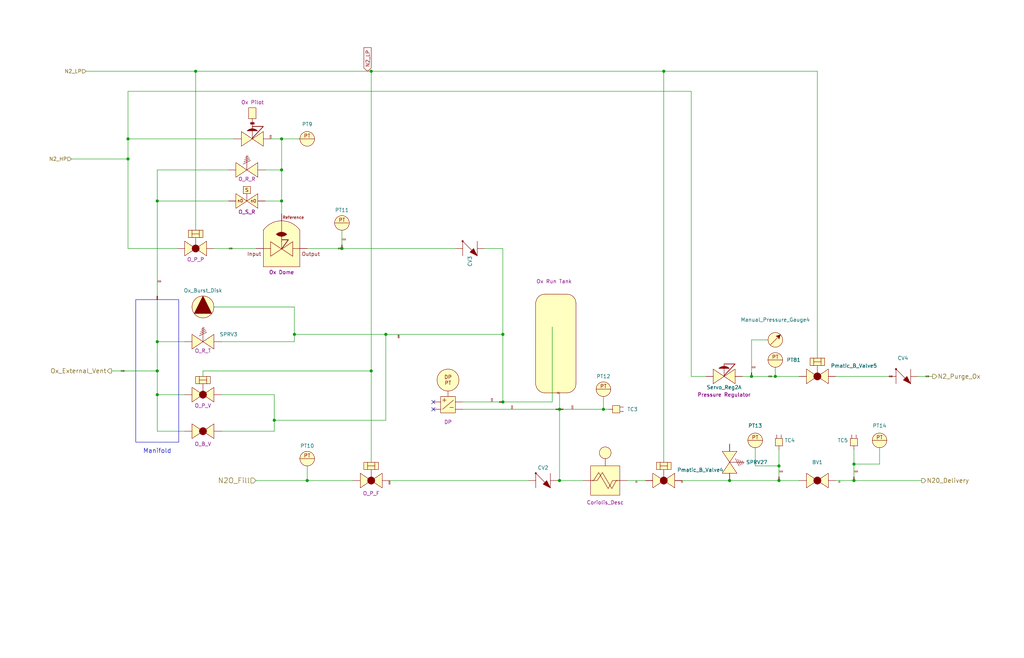
<source format=kicad_sch>
(kicad_sch (version 20250114) (generator "eeschema") (generator_version "9.0")
  (paper "User" 355.6 228.6)
  (lib_symbols
    (symbol "Ball_Valve_1"
      (property "Reference" "BV" (at 3.81 -4.318 0))
      (symbol "Ball_Valve_1_1_1"
        (polyline (pts (xy 3.81 0) (xy 0 -2.54) (xy 0 2.54) (xy 3.81 0)) (fill (type background)))
        (polyline (pts (xy 3.81 0) (xy 7.62 2.54) (xy 7.62 -2.54) (xy 3.81 0)) (fill (type background)))
        (circle (center 3.81 0) (radius 1.27) (fill (type outline)))
        (pin passive line (at -2.54 0 0) (length 2.54) (name "") (number ""))
        (pin passive line (at 10.16 0 180) (length 2.54) (name "") (number ""))
      )
    )
    (symbol "Check_Valve_1"
      (property "Reference" "CV" (at 2.54 -4.064 0))
      (symbol "Check_Valve_1_0_1"
        (polyline (pts (xy 0 2.54) (xy 5.08 -2.54)))
        (polyline (pts (xy 0 0) (xy 0 2.54)))
        (polyline (pts (xy 0 0) (xy 0 -2.54)))
        (polyline (pts (xy 5.08 -2.54) (xy 5.08 2.54)))
      )
      (symbol "Check_Valve_1_1_1"
        (circle (center 0 2.54) (radius 0.254) (fill (type outline)))
        (polyline (pts (xy 5.08 -2.54) (xy 2.54 -1.27) (xy 3.81 0) (xy 5.08 -2.54)) (fill (type outline)))
        (pin bidirectional line (at -2.54 0 0) (length 2.54) (name "") (number ""))
        (pin bidirectional line (at 7.62 0 180) (length 2.54) (name "") (number ""))
      )
    )
    (symbol "Check_Valve_2"
      (property "Reference" "CV" (at 2.54 -4.064 0))
      (symbol "Check_Valve_2_0_1"
        (polyline (pts (xy 0 2.54) (xy 5.08 -2.54)))
        (polyline (pts (xy 0 0) (xy 0 2.54)))
        (polyline (pts (xy 0 0) (xy 0 -2.54)))
        (polyline (pts (xy 5.08 -2.54) (xy 5.08 2.54)))
      )
      (symbol "Check_Valve_2_1_1"
        (circle (center 0 2.54) (radius 0.254) (fill (type outline)))
        (polyline (pts (xy 5.08 -2.54) (xy 2.54 -1.27) (xy 3.81 0) (xy 5.08 -2.54)) (fill (type outline)))
        (pin bidirectional line (at -2.54 0 0) (length 2.54) (name "") (number ""))
        (pin bidirectional line (at 7.62 0 180) (length 2.54) (name "") (number ""))
      )
    )
    (symbol "PID_symbols:Ball_Valve"
      (property "Reference" "BV" (at 3.81 -4.318 0))
      (symbol "Ball_Valve_1_1"
        (polyline (pts (xy 3.81 0) (xy 0 -2.54) (xy 0 2.54) (xy 3.81 0)) (fill (type background)))
        (polyline (pts (xy 3.81 0) (xy 7.62 2.54) (xy 7.62 -2.54) (xy 3.81 0)) (fill (type background)))
        (circle (center 3.81 0) (radius 1.27) (fill (type outline)))
        (pin passive line (at -2.54 0 0) (length 2.54) (name "") (number ""))
        (pin passive line (at 10.16 0 180) (length 2.54) (name "") (number ""))
      )
    )
    (symbol "PID_symbols:Burst_Disc"
      (property "Reference" "Burst_Disc" (at 0 -5.334 0))
      (symbol "Burst_Disc_1_1"
        (polyline (pts (xy 0 3.81) (xy -3.048 -2.286) (xy 3.048 -2.286) (xy 0 3.81)) (fill (type outline)))
        (circle (center 0 0) (radius 3.81) (fill (type background)))
        (pin passive line (at -3.81 0 0) (length 0) (name "") (number ""))
        (pin passive line (at 0 -3.81 90) (length 0) (name "") (number ""))
        (pin passive line (at 3.81 0 180) (length 0) (name "") (number ""))
      )
    )
    (symbol "PID_symbols:Check_Valve"
      (property "Reference" "CV" (at 2.54 -4.064 0))
      (symbol "Check_Valve_0_1"
        (polyline (pts (xy 0 2.54) (xy 5.08 -2.54)))
        (polyline (pts (xy 0 0) (xy 0 2.54)))
        (polyline (pts (xy 0 0) (xy 0 -2.54)))
        (polyline (pts (xy 5.08 -2.54) (xy 5.08 2.54)))
      )
      (symbol "Check_Valve_1_1"
        (circle (center 0 2.54) (radius 0.254) (fill (type outline)))
        (polyline (pts (xy 5.08 -2.54) (xy 2.54 -1.27) (xy 3.81 0) (xy 5.08 -2.54)) (fill (type outline)))
        (pin bidirectional line (at -2.54 0 0) (length 2.54) (name "") (number ""))
        (pin bidirectional line (at 7.62 0 180) (length 2.54) (name "") (number ""))
      )
    )
    (symbol "PID_symbols:Coriolis_Flow"
      (property "Reference" "CF" (at 0 9.398 0))
      (property "Description" "Coriolis_Desc" (at 0 -7.112 0))
      (symbol "Coriolis_Flow_1_1"
        (rectangle (start -5.08 5.08) (end 5.08 -5.08) (fill (type background)))
        (polyline (pts (xy -5.08 0) (xy -4.064 0) (xy -2.286 2.794) (xy 1.016 -2.794) (xy 2.54 0) (xy 4.318 0)))
        (polyline (pts (xy -4.572 0) (xy -2.794 0) (xy -1.016 2.794) (xy 2.286 -2.794) (xy 3.81 0) (xy 5.08 0)))
        (circle (center 0 9.652) (radius 2.032) (fill (type background)))
        (polyline (pts (xy 0 5.1434) (xy 0 7.62)))
        (pin input line (at -7.62 0 0) (length 2.54) (name "") (number ""))
        (pin input line (at 7.62 0 180) (length 2.54) (name "") (number ""))
      )
    )
    (symbol "PID_symbols:DP_Sensor"
      (property "Reference" "DP" (at 0 -8.89 0))
      (symbol "DP_Sensor_0_1"
        (polyline (pts (xy -1.905 -2.54) (xy -0.635 -2.54)))
        (polyline (pts (xy -1.905 -5.715) (xy 1.905 -2.54)))
        (polyline (pts (xy -1.27 -1.905) (xy -1.27 -3.175)))
        (polyline (pts (xy 0 -1.27) (xy 0 0.635)))
        (polyline (pts (xy 0.635 -5.08) (xy 1.905 -5.08)))
      )
      (symbol "DP_Sensor_1_1"
        (rectangle (start -2.5399 -1.2699) (end 2.5399 -6.9849) (fill (type background)))
        (circle (center 0 4.445) (radius 3.81) (fill (type background)))
        (text "DP\nPT\n" (at 0 4.445 0) (effects (font (size 1.27 1.27))))
        (pin input line (at -5.08 -3.175 0) (length 2.54) (name "") (number ""))
        (pin input line (at -5.08 -5.715 0) (length 2.54) (name "") (number ""))
        (pin input line (at 5.08 -3.175 180) (length 2.54) (name "") (number ""))
        (pin input line (at 5.08 -5.715 180) (length 2.54) (name "") (number ""))
      )
    )
    (symbol "PID_symbols:Dome_Reg"
      (property "Reference" "Dome" (at 0 -4.445 0))
      (symbol "Dome_Reg_0_1"
        (polyline (pts (xy -6.35 6.35) (xy -6.35 -6.35) (xy 6.35 -6.35) (xy 6.35 6.35)))
        (arc (start -6.35 6.35) (mid 0 9.6327) (end 6.35 6.35))
        (polyline (pts (xy 0 0) (xy 0 2.54)))
      )
      (symbol "Dome_Reg_1_1"
        (polyline (pts (xy -6.35 -6.35) (xy 6.35 -6.35) (xy 6.35 6.35) (xy 5.05 7.8) (xy 3.5 8.8) (xy 1.778 9.398) (xy -0.254 9.652) (xy -2.032 9.398) (xy -3.302 8.89) (xy -4.572 8.128) (xy -5.661 7.191) (xy -6.096 6.604) (xy -6.3 6.3) (xy -6.3 -6.3)) (stroke (width -0.0001)) (fill (type background)))
        (polyline (pts (xy -6.33 -0.002) (xy -3.83 0.002)))
        (polyline (pts (xy -3.834 -0.168) (xy -3.834 2.372) (xy -0.024 -0.168) (xy -3.834 -2.708) (xy -3.834 -0.168)) (fill (type background)))
        (polyline (pts (xy -1.824 4.932) (xy 1.732 4.932) (xy 1.478 5.186) (xy 0.97 5.44) (xy -0.046 5.694) (xy -1.062 5.44) (xy -1.57 5.186) (xy -1.824 4.932)) (stroke (width 0.01)) (fill (type outline)))
        (arc (start 1.754 4.9541) (mid -0.024 4.2176) (end -1.802 4.9541))
        (arc (start -1.802 4.9599) (mid -0.024 5.6964) (end 1.754 4.9599))
        (polyline (pts (xy 0 9.652) (xy 0 5.588)))
        (polyline (pts (xy 0 4.318) (xy 0 3.7)))
        (polyline (pts (xy 0 3.728) (xy 0 2.368)))
        (polyline (pts (xy 0 -0.15) (xy 2.3536 3.0474) (xy 0.05 3.05)) (stroke (width 0.25)))
        (polyline (pts (xy 0.076 -0.168) (xy 3.886 2.372) (xy 3.886 -2.708) (xy 0.076 -0.168)) (fill (type background)))
        (polyline (pts (xy 1.776 4.932) (xy -1.78 4.932) (xy -1.526 4.678) (xy -1.018 4.424) (xy -0.002 4.17) (xy 1.014 4.424) (xy 1.522 4.678) (xy 1.776 4.932)) (stroke (width 0.01)) (fill (type outline)))
        (polyline (pts (xy 3.9 0) (xy 6.35 0)))
        (text "Input" (at -9.525 -1.905 0) (effects (font (size 1.27 1.27))))
        (text "Reference \n" (at 4.445 10.795 0) (effects (font (size 1 1))))
        (text "Output" (at 10.16 -1.905 0) (effects (font (size 1.27 1.27))))
        (pin input line (at -8.89 0 0) (length 2.54) (name "") (number ""))
        (pin input line (at 0 12.065 270) (length 2.54) (name "") (number ""))
        (pin input line (at 8.89 0 180) (length 2.54) (name "") (number ""))
      )
    )
    (symbol "PID_symbols:Manual_Pressure_Gauge"
      (property "Reference" "Manual_Pressure_Gauge" (at 0 -3.81 0))
      (symbol "Manual_Pressure_Gauge_1_1"
        (polyline (pts (xy -1.778 -1.778) (xy 1.778 1.778) (xy 0.254 1.27) (xy 1.016 1.016) (xy 1.27 0.254) (xy 1.778 1.778)) (fill (type outline)))
        (circle (center 0 0) (radius 2.54) (fill (type background)))
        (pin passive line (at -2.54 0 0) (length 0) (name "") (number ""))
        (pin passive line (at 2.54 0 180) (length 0) (name "") (number ""))
      )
    )
    (symbol "PID_symbols:Normally Open Solenoid"
      (property "Reference" "nO_Sol" (at 3.81 -3.81 0))
      (symbol "Normally Open Solenoid_0_1"
        (polyline (pts (xy 3.81 0) (xy 3.81 2.54)))
      )
      (symbol "Normally Open Solenoid_1_1"
        (polyline (pts (xy 0 0) (xy 0 2.54) (xy 3.81 0) (xy 0 -2.54) (xy 0 0)) (fill (type background)))
        (polyline (pts (xy 3.81 2.54) (xy 2.54 2.54) (xy 2.54 5.08) (xy 5.08 5.08) (xy 5.08 2.54) (xy 3.81 2.54)) (fill (type background)))
        (polyline (pts (xy 3.81 0) (xy 7.62 2.54) (xy 7.62 -2.54) (xy 3.81 0)) (fill (type background)))
        (text "nO\n\n" (at 1.524 -0.762 0) (effects (font (size 1 1))))
        (text "S\n" (at 3.81 3.81 0) (effects (font (size 1.27 1.27))))
        (text "nO" (at 6.096 0 0) (effects (font (size 1 1))))
        (pin passive line (at -2.54 0 0) (length 2.54) (name "") (number ""))
        (pin passive line (at 10.16 0 180) (length 2.54) (name "") (number ""))
      )
    )
    (symbol "PID_symbols:Pneumatic_Rotary_Ball_Valve"
      (property "Reference" "Pmatic_B_Valve" (at 0 -3.81 0))
      (symbol "Pneumatic_Rotary_Ball_Valve_1_1"
        (polyline (pts (xy -1.27 5.08) (xy 1.27 5.08)))
        (polyline (pts (xy -1.27 3.81) (xy -1.27 6.35)))
        (polyline (pts (xy 0 0) (xy -3.81 2.54) (xy -3.81 -2.54) (xy 0 0)) (fill (type background)))
        (polyline (pts (xy 0 0) (xy 3.81 2.54) (xy 3.81 -2.54) (xy 0 0)) (fill (type background)))
        (polyline (pts (xy 0 0) (xy 0 2.54) (xy 0 3.81) (xy -2.54 3.81) (xy -2.54 6.35) (xy 2.54 6.35) (xy 2.54 3.81) (xy 0 3.81)) (fill (type background)))
        (circle (center 0 0) (radius 1.27) (fill (type outline)))
        (polyline (pts (xy 1.27 6.35) (xy 1.27 3.81)))
        (pin passive line (at -6.35 0 0) (length 2.54) (name "") (number ""))
        (pin passive line (at 0 6.35 270) (length 0) (name "") (number ""))
        (pin passive line (at 0 -1.27 90) (length 0) (name "") (number ""))
        (pin passive line (at 6.35 0 180) (length 2.54) (name "") (number ""))
      )
    )
    (symbol "PID_symbols:Pressure_Regulator"
      (property "Reference" "Servo_Reg" (at 3.81 -3.81 0))
      (property "Description" "Pressure Regulator" (at 3.81 -6.35 0))
      (symbol "Pressure_Regulator_0_1"
        (polyline (pts (xy 2.032 2.794) (xy 5.588 2.794)))
        (polyline (pts (xy 3.81 2.54) (xy 3.81 2.794)))
        (polyline (pts (xy 3.81 0) (xy 3.81 2.54)))
      )
      (symbol "Pressure_Regulator_1_1"
        (unit_name "Reg")
        (polyline (pts (xy 0 0) (xy 0 2.54) (xy 3.81 0) (xy 0 -2.54) (xy 0 0)) (fill (type background)))
        (polyline (pts (xy 2.032 2.794) (xy 5.588 2.794) (xy 5.334 3.048) (xy 4.826 3.302) (xy 3.81 3.556) (xy 2.794 3.302) (xy 2.286 3.048) (xy 2.032 2.794)) (stroke (width 0.01)) (fill (type outline)))
        (polyline (pts (xy 3.81 4.318) (xy 3.81 3.81)))
        (polyline (pts (xy 3.81 3.81) (xy 3.81 3.556)))
        (arc (start 2.032 2.794) (mid 3.81 3.5305) (end 5.588 2.794))
        (polyline (pts (xy 3.81 0.254) (xy 7.62 4.318) (xy 3.81 4.318)) (stroke (width 0.25)))
        (polyline (pts (xy 3.81 0) (xy 7.62 2.54) (xy 7.62 -2.54) (xy 3.81 0)) (fill (type background)))
        (pin passive line (at -2.54 0 0) (length 2.54) (name "") (number ""))
        (pin passive line (at 10.16 0 180) (length 2.54) (name "") (number ""))
      )
      (symbol "Pressure_Regulator_1_2"
        (unit_name "Reg")
        (pin passive line (at -2.54 0 0) (length 2.54) (name "") (number ""))
        (pin passive line (at 10.16 0 180) (length 2.54) (name "") (number ""))
      )
      (symbol "Pressure_Regulator_2_1"
        (unit_name "Servo-Reg")
        (polyline (pts (xy 0 0) (xy 0 2.54) (xy 3.81 0) (xy 0 -2.54) (xy 0 0)) (fill (type background)))
        (polyline (pts (xy 2.032 2.794) (xy 5.588 2.794) (xy 5.334 3.048) (xy 4.826 3.302) (xy 3.81 3.556) (xy 2.794 3.302) (xy 2.286 3.048) (xy 2.032 2.794)) (stroke (width 0.01)) (fill (type outline)))
        (rectangle (start 2.54 10.795) (end 5.08 6.985) (fill (type background)))
        (rectangle (start 3.175 5.715) (end 4.445 5.08) (fill (type outline)))
        (polyline (pts (xy 3.81 4.318) (xy 3.81 3.81)))
        (polyline (pts (xy 3.81 3.81) (xy 3.81 6.985)))
        (polyline (pts (xy 3.81 3.81) (xy 3.81 3.556)))
        (arc (start 2.032 2.794) (mid 3.81 3.5305) (end 5.588 2.794))
        (polyline (pts (xy 3.81 0.254) (xy 7.62 4.318) (xy 3.81 4.318)) (stroke (width 0.25)))
        (polyline (pts (xy 3.81 0) (xy 7.62 2.54) (xy 7.62 -2.54) (xy 3.81 0)) (fill (type background)))
        (pin passive line (at -2.54 0 0) (length 2.54) (name "") (number ""))
        (pin passive line (at 10.16 0 180) (length 2.54) (name "") (number ""))
      )
      (symbol "Pressure_Regulator_2_2"
        (unit_name "Servo-Reg")
        (pin passive line (at -2.54 0 0) (length 2.54) (name "") (number ""))
        (pin passive line (at 10.16 0 180) (length 2.54) (name "") (number ""))
      )
    )
    (symbol "PID_symbols:Pressure_Transducer"
      (property "Reference" "PT" (at 0 -3.81 0))
      (symbol "Pressure_Transducer_0_1"
        (polyline (pts (xy -2.54 0) (xy 2.54 0)))
      )
      (symbol "Pressure_Transducer_1_1"
        (circle (center 0 0) (radius 2.54) (fill (type background)))
        (text "PT\n" (at 0 1.016 0) (effects (font (size 1.27 1.27))))
        (pin passive line (at -2.54 0 0) (length 0) (name "") (number ""))
        (pin passive line (at 0 -2.54 90) (length 0) (name "") (number ""))
        (pin passive line (at 2.54 0 180) (length 0) (name "") (number ""))
      )
    )
    (symbol "PID_symbols:SPRV"
      (property "Reference" "SPRV" (at 3.556 -3.302 0))
      (symbol "SPRV_0_1"
        (polyline (pts (xy 3.81 0) (xy 3.81 5.08)))
        (polyline (pts (xy 4.318 4.826) (xy 3.302 4.318)))
        (polyline (pts (xy 4.572 4.318) (xy 3.048 3.556)))
        (polyline (pts (xy 4.826 3.81) (xy 2.794 2.794)))
        (polyline (pts (xy 5.08 3.302) (xy 2.54 2.032)))
      )
      (symbol "SPRV_1_1"
        (polyline (pts (xy 0 0) (xy 0 2.54) (xy 3.81 0) (xy 0 -2.54) (xy 0 0)) (fill (type background)))
        (polyline (pts (xy 3.81 0) (xy 7.62 2.54) (xy 7.62 -2.54) (xy 3.81 0)) (fill (type background)))
        (pin passive line (at -2.54 0 0) (length 2.54) (name "") (number ""))
        (pin passive line (at 10.16 0 180) (length 2.54) (name "") (number ""))
      )
    )
    (symbol "PID_symbols:Tank"
      (property "Reference" "T" (at 6.35 5.08 0))
      (symbol "Tank_1_1"
        (unit_name "Small")
        (polyline (pts (xy -2.54 0) (xy -2.54 8.255) (xy -2.54 8.89)))
        (polyline (pts (xy -2.54 0) (xy -2.286 -1.016) (xy -2.032 -1.524) (xy -1.524 -2.032) (xy -1.016 -2.286) (xy -0.254 -2.54) (xy 1.524 -2.54) (xy 2.286 -2.54) (xy 3.048 -2.54) (xy 4.064 -2.032) (xy 4.572 -1.524) (xy 4.826 -1.016) (xy 5.08 0) (xy 5.08 3.81) (xy 5.08 8.89) (xy 4.826 9.906) (xy 4.318 10.668) (xy 3.81 11.176) (xy 3.048 11.43) (xy 1.524 11.43) (xy 0.508 11.43) (xy -0.254 11.43) (xy -1.016 11.176) (xy -1.524 10.922) (xy -2.032 10.414) (xy -2.54 9.144) (xy -2.54 0)) (stroke (width -0.0001)) (fill (type background)))
        (arc (start -2.54 8.89) (mid -1.7961 10.6861) (end 0 11.43))
        (arc (start 0 -2.54) (mid -1.7961 -1.7961) (end -2.54 0))
        (polyline (pts (xy 0 11.43) (xy 2.54 11.43)))
        (polyline (pts (xy 0 -2.54) (xy 2.54 -2.54)))
        (arc (start 2.54 11.43) (mid 4.3361 10.6861) (end 5.08 8.89))
        (arc (start 5.08 0) (mid 4.3361 -1.7961) (end 2.54 -2.54))
        (polyline (pts (xy 5.08 8.89) (xy 5.08 0)))
        (pin passive line (at 1.27 11.43 270) (length 0) (name "") (number ""))
        (pin passive line (at 1.27 -2.54 90) (length 0) (name "") (number ""))
      )
      (symbol "Tank_1_2"
        (unit_name "Small")
        (pin passive line (at 1.27 11.43 270) (length 0) (name "") (number ""))
        (pin passive line (at 1.27 -2.54 90) (length 0) (name "") (number ""))
      )
      (symbol "Tank_2_1"
        (unit_name "Big COAX")
        (polyline (pts (xy -5.715 0.635) (xy -5.715 28.575)))
        (arc (start -5.715 28.575) (mid -4.7851 30.8201) (end -2.54 31.75))
        (arc (start -2.54 -2.54) (mid -4.7851 -1.6101) (end -5.715 0.635))
        (polyline (pts (xy -2.54 31.75) (xy 5.08 31.75)))
        (polyline (pts (xy -2.54 -2.54) (xy 5.08 -2.54)))
        (arc (start 5.0799 31.7499) (mid 7.325 30.82) (end 8.2549 28.5749))
        (arc (start 8.255 0.635) (mid 7.3251 -1.6101) (end 5.08 -2.54))
        (polyline (pts (xy 5.4324 -2.5474) (xy 6.85 -2) (xy 7.62 -1.27) (xy 8.128 -0.508) (xy 8.25 1.45) (xy 8.25 4.75) (xy 8.25 28.65) (xy 8.15 29.55) (xy 7.4 30.85) (xy 6.2 31.6) (xy 5.15 31.7) (xy -2.4 31.75) (xy -3.25 31.7) (xy -4.3 31.25) (xy -5.2 30.4) (xy -5.5 29.7) (xy -5.65 28.85) (xy -5.7 28.45) (xy -5.75 0.3) (xy -5.35 -1) (xy -4.45 -1.85) (xy -3.7 -2.3) (xy -2.8 -2.55) (xy 5.5 -2.5)) (stroke (width -0.0001)) (fill (type background)))
        (polyline (pts (xy 8.255 28.575) (xy 8.255 0.635)))
        (pin passive line (at 0 20.32 90) (length 0) (name "") (number ""))
        (pin passive line (at 2.54 -2.54 90) (length 0) (name "") (number ""))
      )
      (symbol "Tank_2_2"
        (unit_name "Big COAX")
        (pin passive line (at 0 -2.54 90) (length 0) (name "") (number ""))
        (pin passive line (at 2.54 -2.54 90) (length 0) (name "") (number ""))
      )
    )
    (symbol "PID_symbols:Thermocouple"
      (property "Reference" "TC" (at 0 -3.81 0))
      (symbol "Thermocouple_0_1"
        (polyline (pts (xy -0.762 -1.397) (xy -0.762 -2.54)))
        (polyline (pts (xy 0.762 -1.27) (xy 0.762 -2.54)))
      )
      (symbol "Thermocouple_1_1"
        (rectangle (start -1.27 1.27) (end 1.27 -1.27) (fill (type background)))
        (pin input line (at 0 2.54 270) (length 1.35) (name "") (number ""))
      )
    )
    (symbol "PID_symbols:stop" (in_bom no) (on_board no)
      (symbol "stop_1_1"
        (rectangle (start -1.27 0.127) (end 0 -0.127) (stroke (width 0.05)) (fill (type outline)))
        (pin bidirectional line (at -1.27 0 0) (length 0) (name "") (number ""))
        (pin bidirectional line (at 0 0 180) (length 0) (name "") (number ""))
      )
    )
    (symbol "Pneumatic_Rotary_Ball_Valve_1"
      (property "Reference" "Pmatic_B_Valve" (at 0 -3.81 0))
      (symbol "Pneumatic_Rotary_Ball_Valve_1_1_1"
        (polyline (pts (xy -1.27 5.08) (xy 1.27 5.08)))
        (polyline (pts (xy -1.27 3.81) (xy -1.27 6.35)))
        (polyline (pts (xy 0 0) (xy -3.81 2.54) (xy -3.81 -2.54) (xy 0 0)) (fill (type background)))
        (polyline (pts (xy 0 0) (xy 3.81 2.54) (xy 3.81 -2.54) (xy 0 0)) (fill (type background)))
        (polyline (pts (xy 0 0) (xy 0 2.54) (xy 0 3.81) (xy -2.54 3.81) (xy -2.54 6.35) (xy 2.54 6.35) (xy 2.54 3.81) (xy 0 3.81)) (fill (type background)))
        (circle (center 0 0) (radius 1.27) (fill (type outline)))
        (polyline (pts (xy 1.27 6.35) (xy 1.27 3.81)))
        (pin passive line (at -6.35 0 0) (length 2.54) (name "") (number ""))
        (pin passive line (at 0 6.35 270) (length 0) (name "") (number ""))
        (pin passive line (at 0 -1.27 90) (length 0) (name "") (number ""))
        (pin passive line (at 6.35 0 180) (length 2.54) (name "") (number ""))
      )
    )
    (symbol "Pneumatic_Rotary_Ball_Valve_2"
      (property "Reference" "Pmatic_B_Valve" (at 0 -3.81 0))
      (symbol "Pneumatic_Rotary_Ball_Valve_2_1_1"
        (polyline (pts (xy -1.27 5.08) (xy 1.27 5.08)))
        (polyline (pts (xy -1.27 3.81) (xy -1.27 6.35)))
        (polyline (pts (xy 0 0) (xy -3.81 2.54) (xy -3.81 -2.54) (xy 0 0)) (fill (type background)))
        (polyline (pts (xy 0 0) (xy 3.81 2.54) (xy 3.81 -2.54) (xy 0 0)) (fill (type background)))
        (polyline (pts (xy 0 0) (xy 0 2.54) (xy 0 3.81) (xy -2.54 3.81) (xy -2.54 6.35) (xy 2.54 6.35) (xy 2.54 3.81) (xy 0 3.81)) (fill (type background)))
        (circle (center 0 0) (radius 1.27) (fill (type outline)))
        (polyline (pts (xy 1.27 6.35) (xy 1.27 3.81)))
        (pin passive line (at -6.35 0 0) (length 2.54) (name "") (number ""))
        (pin passive line (at 0 6.35 270) (length 0) (name "") (number ""))
        (pin passive line (at 0 -1.27 90) (length 0) (name "") (number ""))
        (pin passive line (at 6.35 0 180) (length 2.54) (name "") (number ""))
      )
    )
    (symbol "Pneumatic_Rotary_Ball_Valve_3"
      (property "Reference" "Pmatic_B_Valve" (at 0 -3.81 0))
      (symbol "Pneumatic_Rotary_Ball_Valve_3_1_1"
        (polyline (pts (xy -1.27 5.08) (xy 1.27 5.08)))
        (polyline (pts (xy -1.27 3.81) (xy -1.27 6.35)))
        (polyline (pts (xy 0 0) (xy -3.81 2.54) (xy -3.81 -2.54) (xy 0 0)) (fill (type background)))
        (polyline (pts (xy 0 0) (xy 3.81 2.54) (xy 3.81 -2.54) (xy 0 0)) (fill (type background)))
        (polyline (pts (xy 0 0) (xy 0 2.54) (xy 0 3.81) (xy -2.54 3.81) (xy -2.54 6.35) (xy 2.54 6.35) (xy 2.54 3.81) (xy 0 3.81)) (fill (type background)))
        (circle (center 0 0) (radius 1.27) (fill (type outline)))
        (polyline (pts (xy 1.27 6.35) (xy 1.27 3.81)))
        (pin passive line (at -6.35 0 0) (length 2.54) (name "") (number ""))
        (pin passive line (at 0 6.35 270) (length 0) (name "") (number ""))
        (pin passive line (at 0 -1.27 90) (length 0) (name "") (number ""))
        (pin passive line (at 6.35 0 180) (length 2.54) (name "") (number ""))
      )
    )
    (symbol "Pneumatic_Rotary_Ball_Valve_4"
      (property "Reference" "Pmatic_B_Valve" (at 0 -3.81 0))
      (symbol "Pneumatic_Rotary_Ball_Valve_4_1_1"
        (polyline (pts (xy -1.27 5.08) (xy 1.27 5.08)))
        (polyline (pts (xy -1.27 3.81) (xy -1.27 6.35)))
        (polyline (pts (xy 0 0) (xy -3.81 2.54) (xy -3.81 -2.54) (xy 0 0)) (fill (type background)))
        (polyline (pts (xy 0 0) (xy 3.81 2.54) (xy 3.81 -2.54) (xy 0 0)) (fill (type background)))
        (polyline (pts (xy 0 0) (xy 0 2.54) (xy 0 3.81) (xy -2.54 3.81) (xy -2.54 6.35) (xy 2.54 6.35) (xy 2.54 3.81) (xy 0 3.81)) (fill (type background)))
        (circle (center 0 0) (radius 1.27) (fill (type outline)))
        (polyline (pts (xy 1.27 6.35) (xy 1.27 3.81)))
        (pin passive line (at -6.35 0 0) (length 2.54) (name "") (number ""))
        (pin passive line (at 0 6.35 270) (length 0) (name "") (number ""))
        (pin passive line (at 0 -1.27 90) (length 0) (name "") (number ""))
        (pin passive line (at 6.35 0 180) (length 2.54) (name "") (number ""))
      )
    )
    (symbol "Pressure_Regulator_1"
      (property "Reference" "Servo_Reg" (at 3.81 -3.81 0))
      (property "Description" "Pressure Regulator" (at 3.81 -6.35 0))
      (symbol "Pressure_Regulator_1_0_1"
        (polyline (pts (xy 2.032 2.794) (xy 5.588 2.794)))
        (polyline (pts (xy 3.81 2.54) (xy 3.81 2.794)))
        (polyline (pts (xy 3.81 0) (xy 3.81 2.54)))
      )
      (symbol "Pressure_Regulator_1_1_1"
        (unit_name "Reg")
        (polyline (pts (xy 0 0) (xy 0 2.54) (xy 3.81 0) (xy 0 -2.54) (xy 0 0)) (fill (type background)))
        (polyline (pts (xy 2.032 2.794) (xy 5.588 2.794) (xy 5.334 3.048) (xy 4.826 3.302) (xy 3.81 3.556) (xy 2.794 3.302) (xy 2.286 3.048) (xy 2.032 2.794)) (stroke (width 0.01)) (fill (type outline)))
        (polyline (pts (xy 3.81 4.318) (xy 3.81 3.81)))
        (polyline (pts (xy 3.81 3.81) (xy 3.81 3.556)))
        (arc (start 2.032 2.794) (mid 3.81 3.5305) (end 5.588 2.794))
        (polyline (pts (xy 3.81 0.254) (xy 7.62 4.318) (xy 3.81 4.318)) (stroke (width 0.25)))
        (polyline (pts (xy 3.81 0) (xy 7.62 2.54) (xy 7.62 -2.54) (xy 3.81 0)) (fill (type background)))
        (pin passive line (at -2.54 0 0) (length 2.54) (name "") (number ""))
        (pin passive line (at 10.16 0 180) (length 2.54) (name "") (number ""))
      )
      (symbol "Pressure_Regulator_1_1_2"
        (unit_name "Reg")
        (pin passive line (at -2.54 0 0) (length 2.54) (name "") (number ""))
        (pin passive line (at 10.16 0 180) (length 2.54) (name "") (number ""))
      )
      (symbol "Pressure_Regulator_1_2_1"
        (unit_name "Servo-Reg")
        (polyline (pts (xy 0 0) (xy 0 2.54) (xy 3.81 0) (xy 0 -2.54) (xy 0 0)) (fill (type background)))
        (polyline (pts (xy 2.032 2.794) (xy 5.588 2.794) (xy 5.334 3.048) (xy 4.826 3.302) (xy 3.81 3.556) (xy 2.794 3.302) (xy 2.286 3.048) (xy 2.032 2.794)) (stroke (width 0.01)) (fill (type outline)))
        (rectangle (start 2.54 10.795) (end 5.08 6.985) (fill (type background)))
        (rectangle (start 3.175 5.715) (end 4.445 5.08) (fill (type outline)))
        (polyline (pts (xy 3.81 4.318) (xy 3.81 3.81)))
        (polyline (pts (xy 3.81 3.81) (xy 3.81 6.985)))
        (polyline (pts (xy 3.81 3.81) (xy 3.81 3.556)))
        (arc (start 2.032 2.794) (mid 3.81 3.5305) (end 5.588 2.794))
        (polyline (pts (xy 3.81 0.254) (xy 7.62 4.318) (xy 3.81 4.318)) (stroke (width 0.25)))
        (polyline (pts (xy 3.81 0) (xy 7.62 2.54) (xy 7.62 -2.54) (xy 3.81 0)) (fill (type background)))
        (pin passive line (at -2.54 0 0) (length 2.54) (name "") (number ""))
        (pin passive line (at 10.16 0 180) (length 2.54) (name "") (number ""))
      )
      (symbol "Pressure_Regulator_1_2_2"
        (unit_name "Servo-Reg")
        (pin passive line (at -2.54 0 0) (length 2.54) (name "") (number ""))
        (pin passive line (at 10.16 0 180) (length 2.54) (name "") (number ""))
      )
    )
    (symbol "Pressure_Transducer_1"
      (property "Reference" "PT" (at 0 -3.81 0))
      (symbol "Pressure_Transducer_1_0_1"
        (polyline (pts (xy -2.54 0) (xy 2.54 0)))
      )
      (symbol "Pressure_Transducer_1_1_1"
        (circle (center 0 0) (radius 2.54) (fill (type background)))
        (text "PT\n" (at 0 1.016 0) (effects (font (size 1.27 1.27))))
        (pin passive line (at -2.54 0 0) (length 0) (name "") (number ""))
        (pin passive line (at 0 -2.54 90) (length 0) (name "") (number ""))
        (pin passive line (at 2.54 0 180) (length 0) (name "") (number ""))
      )
    )
    (symbol "Pressure_Transducer_2"
      (property "Reference" "PT" (at 0 -3.81 0))
      (symbol "Pressure_Transducer_2_0_1"
        (polyline (pts (xy -2.54 0) (xy 2.54 0)))
      )
      (symbol "Pressure_Transducer_2_1_1"
        (circle (center 0 0) (radius 2.54) (fill (type background)))
        (text "PT\n" (at 0 1.016 0) (effects (font (size 1.27 1.27))))
        (pin passive line (at -2.54 0 0) (length 0) (name "") (number ""))
        (pin passive line (at 0 -2.54 90) (length 0) (name "") (number ""))
        (pin passive line (at 2.54 0 180) (length 0) (name "") (number ""))
      )
    )
    (symbol "Pressure_Transducer_3"
      (property "Reference" "PT" (at 0 -3.81 0))
      (symbol "Pressure_Transducer_3_0_1"
        (polyline (pts (xy -2.54 0) (xy 2.54 0)))
      )
      (symbol "Pressure_Transducer_3_1_1"
        (circle (center 0 0) (radius 2.54) (fill (type background)))
        (text "PT\n" (at 0 1.016 0) (effects (font (size 1.27 1.27))))
        (pin passive line (at -2.54 0 0) (length 0) (name "") (number ""))
        (pin passive line (at 0 -2.54 90) (length 0) (name "") (number ""))
        (pin passive line (at 2.54 0 180) (length 0) (name "") (number ""))
      )
    )
    (symbol "Pressure_Transducer_4"
      (property "Reference" "PT" (at 0 -3.81 0))
      (symbol "Pressure_Transducer_4_0_1"
        (polyline (pts (xy -2.54 0) (xy 2.54 0)))
      )
      (symbol "Pressure_Transducer_4_1_1"
        (circle (center 0 0) (radius 2.54) (fill (type background)))
        (text "PT\n" (at 0 1.016 0) (effects (font (size 1.27 1.27))))
        (pin passive line (at -2.54 0 0) (length 0) (name "") (number ""))
        (pin passive line (at 0 -2.54 90) (length 0) (name "") (number ""))
        (pin passive line (at 2.54 0 180) (length 0) (name "") (number ""))
      )
    )
    (symbol "Pressure_Transducer_5"
      (property "Reference" "PT" (at 0 -3.81 0))
      (symbol "Pressure_Transducer_5_0_1"
        (polyline (pts (xy -2.54 0) (xy 2.54 0)))
      )
      (symbol "Pressure_Transducer_5_1_1"
        (circle (center 0 0) (radius 2.54) (fill (type background)))
        (text "PT\n" (at 0 1.016 0) (effects (font (size 1.27 1.27))))
        (pin passive line (at -2.54 0 0) (length 0) (name "") (number ""))
        (pin passive line (at 0 -2.54 90) (length 0) (name "") (number ""))
        (pin passive line (at 2.54 0 180) (length 0) (name "") (number ""))
      )
    )
    (symbol "Pressure_Transducer_6"
      (property "Reference" "PT" (at 0 -3.81 0))
      (symbol "Pressure_Transducer_6_0_1"
        (polyline (pts (xy -2.54 0) (xy 2.54 0)))
      )
      (symbol "Pressure_Transducer_6_1_1"
        (circle (center 0 0) (radius 2.54) (fill (type background)))
        (text "PT\n" (at 0 1.016 0) (effects (font (size 1.27 1.27))))
        (pin passive line (at -2.54 0 0) (length 0) (name "") (number ""))
        (pin passive line (at 0 -2.54 90) (length 0) (name "") (number ""))
        (pin passive line (at 2.54 0 180) (length 0) (name "") (number ""))
      )
    )
    (symbol "SPRV_1"
      (property "Reference" "SPRV" (at 3.556 -3.302 0))
      (symbol "SPRV_1_0_1"
        (polyline (pts (xy 3.81 0) (xy 3.81 5.08)))
        (polyline (pts (xy 4.318 4.826) (xy 3.302 4.318)))
        (polyline (pts (xy 4.572 4.318) (xy 3.048 3.556)))
        (polyline (pts (xy 4.826 3.81) (xy 2.794 2.794)))
        (polyline (pts (xy 5.08 3.302) (xy 2.54 2.032)))
      )
      (symbol "SPRV_1_1_1"
        (polyline (pts (xy 0 0) (xy 0 2.54) (xy 3.81 0) (xy 0 -2.54) (xy 0 0)) (fill (type background)))
        (polyline (pts (xy 3.81 0) (xy 7.62 2.54) (xy 7.62 -2.54) (xy 3.81 0)) (fill (type background)))
        (pin passive line (at -2.54 0 0) (length 2.54) (name "") (number ""))
        (pin passive line (at 10.16 0 180) (length 2.54) (name "") (number ""))
      )
    )
    (symbol "SPRV_2"
      (property "Reference" "SPRV" (at 3.556 -3.302 0))
      (symbol "SPRV_2_0_1"
        (polyline (pts (xy 3.81 0) (xy 3.81 5.08)))
        (polyline (pts (xy 4.318 4.826) (xy 3.302 4.318)))
        (polyline (pts (xy 4.572 4.318) (xy 3.048 3.556)))
        (polyline (pts (xy 4.826 3.81) (xy 2.794 2.794)))
        (polyline (pts (xy 5.08 3.302) (xy 2.54 2.032)))
      )
      (symbol "SPRV_2_1_1"
        (polyline (pts (xy 0 0) (xy 0 2.54) (xy 3.81 0) (xy 0 -2.54) (xy 0 0)) (fill (type background)))
        (polyline (pts (xy 3.81 0) (xy 7.62 2.54) (xy 7.62 -2.54) (xy 3.81 0)) (fill (type background)))
        (pin passive line (at -2.54 0 0) (length 2.54) (name "") (number ""))
        (pin passive line (at 10.16 0 180) (length 2.54) (name "") (number ""))
      )
    )
    (symbol "stop_1" (in_bom no) (on_board no)
      (symbol "stop_1_1_1"
        (rectangle (start -1.27 0.127) (end 0 -0.127) (stroke (width 0.05)) (fill (type outline)))
        (pin bidirectional line (at -1.27 0 0) (length 0) (name "") (number ""))
        (pin bidirectional line (at 0 0 180) (length 0) (name "") (number ""))
      )
    )
    (symbol "stop_2" (in_bom no) (on_board no)
      (symbol "stop_2_1_1"
        (rectangle (start -1.27 0.127) (end 0 -0.127) (stroke (width 0.05)) (fill (type outline)))
        (pin bidirectional line (at -1.27 0 0) (length 0) (name "") (number ""))
        (pin bidirectional line (at 0 0 180) (length 0) (name "") (number ""))
      )
    )
    (symbol "stop_3" (in_bom no) (on_board no)
      (symbol "stop_3_1_1"
        (rectangle (start -1.27 0.127) (end 0 -0.127) (stroke (width 0.05)) (fill (type outline)))
        (pin bidirectional line (at -1.27 0 0) (length 0) (name "") (number ""))
        (pin bidirectional line (at 0 0 180) (length 0) (name "") (number ""))
      )
    )
    (symbol "stop_4" (in_bom no) (on_board no)
      (symbol "stop_4_1_1"
        (rectangle (start -1.27 0.127) (end 0 -0.127) (stroke (width 0.05)) (fill (type outline)))
        (pin bidirectional line (at -1.27 0 0) (length 0) (name "") (number ""))
        (pin bidirectional line (at 0 0 180) (length 0) (name "") (number ""))
      )
    )
    (symbol "stop_5" (in_bom no) (on_board no)
      (symbol "stop_5_1_1"
        (rectangle (start -1.27 0.127) (end 0 -0.127) (stroke (width 0.05)) (fill (type outline)))
        (pin bidirectional line (at -1.27 0 0) (length 0) (name "") (number ""))
        (pin bidirectional line (at 0 0 180) (length 0) (name "") (number ""))
      )
    )
    (symbol "stop_6" (in_bom no) (on_board no)
      (symbol "stop_6_1_1"
        (rectangle (start -1.27 0.127) (end 0 -0.127) (stroke (width 0.05)) (fill (type outline)))
        (pin bidirectional line (at -1.27 0 0) (length 0) (name "") (number ""))
        (pin bidirectional line (at 0 0 180) (length 0) (name "") (number ""))
      )
    )
    (symbol "stop_7" (in_bom no) (on_board no)
      (symbol "stop_7_1_1"
        (rectangle (start -1.27 0.127) (end 0 -0.127) (stroke (width 0.05)) (fill (type outline)))
        (pin bidirectional line (at -1.27 0 0) (length 0) (name "") (number ""))
        (pin bidirectional line (at 0 0 180) (length 0) (name "") (number ""))
      )
    )
  )
  (rectangle (start 396.875 13.335) (end 453.39 55.245) (stroke (width 0) (color 255 0 0 1)))
  (rectangle (start 47.1487 104.1399) (end 62.0713 153.6699))
  (text "1-8 INCH\n" (at 424.18 36.83 0) (effects (font (size 1.27 1.27))))
  (text "1-2 INCH\n" (at 424.18 25.4 0) (effects (font (size 1.27 1.27))))
  (text "Low Pressure Pneumatics" (at 431.8 40.64 0) (effects (font (size 1.27 1.27))))
  (text "Direct Connection" (at 427.99 52.07 0) (effects (font (size 1.27 1.27))))
  (text "3-4 INCH" (at 424.18 21.59 0) (effects (font (size 1.27 1.27))))
  (text "3-8 INCH\n" (at 424.18 29.21 0) (effects (font (size 1.27 1.27))))
  (text "1-4 INCH\n" (at 424.18 33.02 0) (effects (font (size 1.27 1.27))))
  (text "1_2_3\n1. panel\n2. component type\n3. line name" (at 27.305 -28.575 0) (effects (font (size 0.254 0.254))))
  (text "Manifold" (at 54.61 156.845 0) (effects (font (size 1.524 1.524))))
  (text "1 INCH" (at 422.91 17.145 0) (effects (font (size 1.27 1.27))))
  (text " Torch Igniter High Pressure Line" (at 434.34 44.45 0) (effects (font (size 1.27 1.27))))
  (text "Torch Igniter Pneumatics Line" (at 433.705 48.26 0) (effects (font (size 1.27 1.27))))
  (junction (at 260.985 130.81))
  (junction (at 209.55 142.24))
  (junction (at 95.25 146.05))
  (junction (at 270.51 167.005))
  (junction (at 296.545 161.29))
  (junction (at 54.61 128.905))
  (junction (at 174.625 116.205))
  (junction (at 128.905 24.765))
  (junction (at 194.31 142.24))
  (junction (at 44.45 55.245))
  (junction (at 253.365 167.005))
  (junction (at 97.79 59.055))
  (junction (at 67.945 24.765))
  (junction (at 54.61 118.745))
  (junction (at 97.79 69.85))
  (junction (at 270.51 161.925))
  (junction (at 128.905 128.905))
  (junction (at 174.625 139.7))
  (junction (at 269.24 130.81))
  (junction (at 194.31 167.005))
  (junction (at 296.545 167.005))
  (junction (at 106.68 167.005))
  (junction (at 118.745 86.36))
  (junction (at 54.61 69.85))
  (junction (at 54.61 137.16))
  (junction (at 44.45 48.26))
  (junction (at 97.79 48.26))
  (junction (at 133.985 116.205))
  (junction (at 102.235 116.205))
  (junction (at 230.505 24.765))
  (no_connect (at 150.495 139.7))
  (no_connect (at 150.495 142.24))
  (wire (pts (xy 209.55 137.795) (xy 209.55 142.24)))
  (wire (pts (xy 67.945 24.765) (xy 67.945 80.01)))
  (wire (pts (xy 54.61 69.85) (xy 79.375 69.85)))
  (wire (pts (xy 400.05 48.26) (xy 408.94 48.26)))
  (wire (pts (xy 102.235 116.205) (xy 133.985 116.205)))
  (wire (pts (xy 269.24 130.81) (xy 277.495 130.81)))
  (wire (pts (xy 44.45 31.75) (xy 240.03 31.75)))
  (wire (pts (xy 92.075 69.85) (xy 97.79 69.85)))
  (wire (pts (xy 128.905 128.905) (xy 128.905 160.655)))
  (wire (pts (xy 54.61 118.745) (xy 54.61 128.905)))
  (wire (pts (xy 76.835 149.86) (xy 95.25 149.86)))
  (wire (pts (xy 194.31 167.005) (xy 202.565 167.005)))
  (wire (pts (xy 211.455 142.24) (xy 209.55 142.24)))
  (wire (pts (xy 70.485 130.81) (xy 70.485 128.905)))
  (wire (pts (xy 106.68 161.925) (xy 106.68 167.005)))
  (wire (pts (xy 400.05 17.78) (xy 409.575 17.78)))
  (wire (pts (xy 174.625 116.205) (xy 174.625 139.7)))
  (wire (pts (xy 106.68 86.36) (xy 118.745 86.36)))
  (wire (pts (xy 400.05 25.4) (xy 408.94 25.4)))
  (wire (pts (xy 400.05 29.21) (xy 408.94 29.21)))
  (wire (pts (xy 160.655 142.24) (xy 193.04 142.24)))
  (wire (pts (xy 102.235 106.68) (xy 102.235 116.205)))
  (wire (pts (xy 97.79 69.85) (xy 97.79 74.295)))
  (wire (pts (xy 44.45 31.75) (xy 44.45 48.26)))
  (wire (pts (xy 270.51 161.925) (xy 270.51 165.735)))
  (wire (pts (xy 97.79 48.26) (xy 97.79 59.055)))
  (wire (pts (xy 191.77 113.665) (xy 191.77 139.7)))
  (wire (pts (xy 54.61 104.14) (xy 54.61 118.745)))
  (wire (pts (xy 240.03 130.81) (xy 240.03 31.75)))
  (wire (pts (xy 270.51 156.21) (xy 270.51 161.925)))
  (wire (pts (xy 92.075 59.055) (xy 97.79 59.055)))
  (wire (pts (xy 400.05 52.07) (xy 408.94 52.07)))
  (wire (pts (xy 93.98 48.26) (xy 97.79 48.26)))
  (wire (pts (xy 194.31 142.24) (xy 194.31 167.005)))
  (wire (pts (xy 76.835 137.16) (xy 95.25 137.16)))
  (wire (pts (xy 269.24 127.635) (xy 269.24 130.81)))
  (wire (pts (xy 44.45 48.26) (xy 81.28 48.26)))
  (wire (pts (xy 400.05 21.59) (xy 408.94 21.59)))
  (wire (pts (xy 283.845 24.765) (xy 283.845 124.46)))
  (wire (pts (xy 76.835 118.745) (xy 102.235 118.745)))
  (wire (pts (xy 38.735 128.905) (xy 54.61 128.905)))
  (wire (pts (xy 240.03 130.81) (xy 245.11 130.81)))
  (wire (pts (xy 305.435 155.575) (xy 305.435 161.29)))
  (wire (pts (xy 118.745 80.01) (xy 118.745 85.09)))
  (wire (pts (xy 79.375 59.055) (xy 54.61 59.055)))
  (wire (pts (xy 290.195 167.005) (xy 296.545 167.005)))
  (wire (pts (xy 290.195 130.81) (xy 308.61 130.81)))
  (wire (pts (xy 174.625 86.36) (xy 174.625 116.205)))
  (wire (pts (xy 29.845 24.765) (xy 67.945 24.765)))
  (wire (pts (xy 106.68 167.005) (xy 122.555 167.005)))
  (wire (pts (xy 54.61 69.85) (xy 54.61 102.87)))
  (wire (pts (xy 88.9 167.005) (xy 106.68 167.005)))
  (wire (pts (xy 217.805 167.005) (xy 224.155 167.005)))
  (wire (pts (xy 230.505 24.765) (xy 283.845 24.765)))
  (wire (pts (xy 133.985 116.205) (xy 174.625 116.205)))
  (wire (pts (xy 318.77 130.81) (xy 323.85 130.81)))
  (wire (pts (xy 253.365 167.005) (xy 270.51 167.005)))
  (wire (pts (xy 135.255 167.005) (xy 183.515 167.005)))
  (wire (pts (xy 262.255 161.925) (xy 270.51 161.925)))
  (wire (pts (xy 266.7 118.11) (xy 260.985 118.11)))
  (wire (pts (xy 133.985 116.205) (xy 133.985 146.05)))
  (wire (pts (xy 24.765 55.245) (xy 44.45 55.245)))
  (wire (pts (xy 95.25 137.16) (xy 95.25 146.05)))
  (wire (pts (xy 236.855 167.005) (xy 253.365 167.005)))
  (wire (pts (xy 54.61 137.16) (xy 54.61 149.86)))
  (wire (pts (xy 54.61 149.86) (xy 64.135 149.86)))
  (wire (pts (xy 102.235 118.745) (xy 102.235 116.205)))
  (wire (pts (xy 70.485 128.905) (xy 128.905 128.905)))
  (wire (pts (xy 44.45 55.245) (xy 44.45 86.36)))
  (wire (pts (xy 74.295 106.68) (xy 102.235 106.68)))
  (wire (pts (xy 194.31 136.525) (xy 194.31 142.24)))
  (wire (pts (xy 305.435 161.29) (xy 296.545 161.29)))
  (wire (pts (xy 400.05 40.64) (xy 408.94 40.64)))
  (wire (pts (xy 95.25 146.05) (xy 95.25 149.86)))
  (wire (pts (xy 296.545 167.005) (xy 320.04 167.005)))
  (wire (pts (xy 260.985 118.11) (xy 260.985 129.54)))
  (wire (pts (xy 168.275 86.36) (xy 174.625 86.36)))
  (wire (pts (xy 400.05 36.83) (xy 408.94 36.83)))
  (wire (pts (xy 118.745 86.36) (xy 158.115 86.36)))
  (wire (pts (xy 160.655 139.7) (xy 173.355 139.7)))
  (wire (pts (xy 400.05 44.45) (xy 408.94 44.45)))
  (wire (pts (xy 230.505 24.765) (xy 230.505 160.655)))
  (wire (pts (xy 296.545 161.29) (xy 296.545 156.21)))
  (wire (pts (xy 44.45 48.26) (xy 44.45 55.245)))
  (wire (pts (xy 74.295 86.36) (xy 88.9 86.36)))
  (wire (pts (xy 193.675 167.005) (xy 194.31 167.005)))
  (wire (pts (xy 67.945 24.765) (xy 128.905 24.765)))
  (wire (pts (xy 257.81 130.81) (xy 260.985 130.81)))
  (wire (pts (xy 400.05 33.02) (xy 408.94 33.02)))
  (wire (pts (xy 133.985 146.05) (xy 95.25 146.05)))
  (wire (pts (xy 195.58 142.24) (xy 209.55 142.24)))
  (wire (pts (xy 97.79 59.055) (xy 97.79 69.85)))
  (wire (pts (xy 260.985 130.81) (xy 269.24 130.81)))
  (wire (pts (xy 174.625 139.7) (xy 191.77 139.7)))
  (wire (pts (xy 262.255 155.575) (xy 262.255 161.925)))
  (wire (pts (xy 54.61 59.055) (xy 54.61 69.85)))
  (wire (pts (xy 44.45 86.36) (xy 61.595 86.36)))
  (wire (pts (xy 270.51 167.005) (xy 277.495 167.005)))
  (wire (pts (xy 54.61 128.905) (xy 54.61 137.16)))
  (wire (pts (xy 54.61 118.745) (xy 64.135 118.745)))
  (wire (pts (xy 296.545 161.29) (xy 296.545 165.735)))
  (wire (pts (xy 128.905 24.765) (xy 128.905 128.905)))
  (wire (pts (xy 97.79 48.26) (xy 104.14 48.26)))
  (wire (pts (xy 54.61 137.16) (xy 64.135 137.16)))
  (wire (pts (xy 128.905 24.765) (xy 230.505 24.765)))
  (global_label "TI-HP" (shape input) (at 408.94 44.45 0) (property "Intersheetrefs" "${INTERSHEET_REFS}" (effects (hide yes))))
  (global_label "1-4" (shape input) (at 260.985 127.635 0) (effects (font (size 0.254 0.254))) (property "Intersheetrefs" "${INTERSHEET_REFS}" (effects (hide yes))))
  (global_label "1" (shape input) (at 236.855 167.005 270) (effects (font (size 0.254 0.254))) (property "Intersheetrefs" "${INTERSHEET_REFS}" (effects (hide yes))))
  (global_label "1-2" (shape input) (at 41.91 128.905 0) (effects (font (size 0.254 0.254))) (property "Intersheetrefs" "${INTERSHEET_REFS}" (effects (hide yes))))
  (global_label "1-4" (shape input) (at 296.545 163.83 0) (effects (font (size 0.254 0.254))) (property "Intersheetrefs" "${INTERSHEET_REFS}" (effects (hide yes))))
  (global_label "3-4" (shape input) (at 408.94 21.59 0) (property "Intersheetrefs" "${INTERSHEET_REFS}" (effects (hide yes))))
  (global_label "1-2" (shape input) (at 408.94 25.4 0) (property "Intersheetrefs" "${INTERSHEET_REFS}" (effects (hide yes))))
  (global_label "1-4" (shape input) (at 177.8 142.24 90) (effects (font (size 0.254 0.254))) (property "Intersheetrefs" "${INTERSHEET_REFS}" (effects (hide yes))))
  (global_label "1-4" (shape input) (at 118.745 83.185 0) (effects (font (size 0.254 0.254))) (property "Intersheetrefs" "${INTERSHEET_REFS}" (effects (hide yes))))
  (global_label "N2_LP" (shape input) (at 127.635 24.765 90) (property "Intersheetrefs" "${INTERSHEET_REFS}" (effects (hide yes))))
  (global_label "1-8" (shape input) (at 408.94 36.83 0) (property "Intersheetrefs" "${INTERSHEET_REFS}" (effects (hide yes))))
  (global_label "1" (shape input) (at 409.575 17.78 0) (property "Intersheetrefs" "${INTERSHEET_REFS}" (effects (hide yes))))
  (global_label "3-8" (shape input) (at 79.375 86.36 0) (effects (font (size 0.254 0.254))) (property "Intersheetrefs" "${INTERSHEET_REFS}" (effects (hide yes))))
  (global_label "1" (shape input) (at 194.31 136.525 180) (effects (font (size 0.254 0.254))) (property "Intersheetrefs" "${INTERSHEET_REFS}" (effects (hide yes))))
  (global_label "3-8" (shape input) (at 266.7 130.81 0) (effects (font (size 0.254 0.254))) (property "Intersheetrefs" "${INTERSHEET_REFS}" (effects (hide yes))))
  (global_label "1-4" (shape input) (at 170.815 139.7 90) (effects (font (size 0.254 0.254))) (property "Intersheetrefs" "${INTERSHEET_REFS}" (effects (hide yes))))
  (global_label "1-4" (shape input) (at 93.98 48.26 90) (effects (font (size 0.254 0.254))) (property "Intersheetrefs" "${INTERSHEET_REFS}" (effects (hide yes))))
  (global_label "1" (shape input) (at 291.465 167.005 270) (effects (font (size 0.254 0.254))) (property "Intersheetrefs" "${INTERSHEET_REFS}" (effects (hide yes))))
  (global_label "3-8" (shape input) (at 408.94 29.21 0) (property "Intersheetrefs" "${INTERSHEET_REFS}" (effects (hide yes))))
  (global_label "1-4" (shape input) (at 408.94 33.02 0) (property "Intersheetrefs" "${INTERSHEET_REFS}" (effects (hide yes))))
  (global_label "1" (shape input) (at 220.98 167.005 270) (effects (font (size 0.254 0.254))) (property "Intersheetrefs" "${INTERSHEET_REFS}" (effects (hide yes))))
  (global_label "1-4" (shape input) (at 198.755 142.24 90) (effects (font (size 0.254 0.254))) (property "Intersheetrefs" "${INTERSHEET_REFS}" (effects (hide yes))))
  (global_label "1-4" (shape input) (at 54.61 97.79 0) (effects (font (size 0.254 0.254))) (property "Intersheetrefs" "${INTERSHEET_REFS}" (effects (hide yes))))
  (global_label "D" (shape input) (at 408.94 52.07 0) (property "Intersheetrefs" "${INTERSHEET_REFS}" (effects (hide yes))))
  (global_label "3-8" (shape input) (at 308.61 130.81 0) (effects (font (size 0.254 0.254))) (property "Intersheetrefs" "${INTERSHEET_REFS}" (effects (hide yes))))
  (global_label "3-8" (shape input) (at 138.43 116.205 270) (effects (font (size 0.254 0.254))) (property "Intersheetrefs" "${INTERSHEET_REFS}" (effects (hide yes))))
  (global_label "3-8" (shape input) (at 118.745 86.36 180) (effects (font (size 0.254 0.254))) (property "Intersheetrefs" "${INTERSHEET_REFS}" (effects (hide yes))))
  (global_label "Tube" (shape input) (at 408.94 40.64 0) (property "Intersheetrefs" "${INTERSHEET_REFS}" (effects (hide yes))))
  (global_label "1-4" (shape input) (at 270.51 163.83 0) (effects (font (size 0.254 0.254))) (property "Intersheetrefs" "${INTERSHEET_REFS}" (effects (hide yes))))
  (global_label "3-8" (shape input) (at 321.31 130.81 0) (effects (font (size 0.254 0.254))) (property "Intersheetrefs" "${INTERSHEET_REFS}" (effects (hide yes))))
  (global_label "TI-Pn" (shape input) (at 408.94 48.26 0) (property "Intersheetrefs" "${INTERSHEET_REFS}" (effects (hide yes))))
  (global_label "3-8" (shape input) (at 135.255 167.005 270) (effects (font (size 0.254 0.254))) (property "Intersheetrefs" "${INTERSHEET_REFS}" (effects (hide yes))))
  (hierarchical_label "N2_HP" (shape input) (at 24.765 55.245 180))
  (hierarchical_label "N2O_Fill" (shape input) (at 88.9 167.005 180) (effects (font (size 1.778 1.778))))
  (hierarchical_label "Ox_External_Vent" (shape output) (at 38.735 128.905 180) (effects (font (size 1.524 1.524))))
  (hierarchical_label "N2_Purge_Ox" (shape output) (at 323.85 130.81 0) (effects (font (size 1.524 1.524))))
  (hierarchical_label "N2_LP" (shape input) (at 29.845 24.765 180))
  (hierarchical_label "N20_Delivery" (shape output) (at 320.04 167.005 0) (effects (font (size 1.524 1.524))))
  (symbol (lib_name "Pneumatic_Rotary_Ball_Valve_4") (lib_id "PID_symbols:Pneumatic_Rotary_Ball_Valve") (at 67.945 86.36 0) (unit 1)
    (property "Reference" "Pmatic_B_Valve1" (effects (hide yes)))
    (property "Description" "O_P_P" (at 67.945 90.17 0))
  )
  (symbol (lib_name "SPRV_2") (lib_id "PID_symbols:SPRV") (at 253.365 156.845 270) (unit 1)
    (property "Reference" "SPRV27" (at 259.08 160.6549 90) (effects (justify left)))
  )
  (symbol (lib_name "SPRV_1") (lib_id "PID_symbols:SPRV") (at 81.915 59.055 0) (unit 1)
    (property "Reference" "SPRV4" (effects (hide yes)))
    (property "Description" "O_R_R" (at 85.725 62.23 0))
  )
  (symbol (lib_id "PID_symbols:Thermocouple") (at 296.545 153.67 180) (unit 1)
    (property "Reference" "TC5" (at 290.83 153.035 0) (effects (justify right)))
  )
  (symbol (lib_name "Check_Valve_2") (lib_id "PID_symbols:Check_Valve") (at 160.655 86.36 0) (unit 1)
    (property "Reference" "CV3" (at 163.195 92.71 90) (effects (justify left)))
  )
  (symbol (lib_name "Pressure_Transducer_6") (lib_id "PID_symbols:Pressure_Transducer") (at 269.24 125.095 0) (unit 1)
    (property "Reference" "PT81" (at 275.59 125.095 0))
  )
  (symbol (lib_name "Check_Valve_1") (lib_id "PID_symbols:Check_Valve") (at 311.15 130.81 0) (unit 1)
    (property "Reference" "CV4" (at 313.563 124.46 0))
  )
  (symbol (lib_id "PID_symbols:DP_Sensor") (at 155.575 136.525 0) (unit 1)
    (property "Reference" "DP1" (effects (hide yes)))
    (property "Description" "DP" (at 155.575 146.685 0))
  )
  (symbol (lib_id "PID_symbols:SPRV") (at 66.675 118.745 0) (unit 1)
    (property "Reference" "SPRV3" (at 79.375 116.205 0))
    (property "Description" "O_R_T" (at 70.485 121.92 0))
  )
  (symbol (lib_name "stop_5") (lib_id "PID_symbols:stop") (at 270.51 165.735 90) (unit 1) (in_bom no) (on_board no)
    (property "Reference" "U22" (effects (hide yes)))
  )
  (symbol (lib_id "PID_symbols:Manual_Pressure_Gauge") (at 269.24 118.11 0) (unit 1)
    (property "Reference" "Manual_Pressure_Gauge4" (at 269.24 111.125 0))
  )
  (symbol (lib_name "Pressure_Transducer_1") (lib_id "PID_symbols:Pressure_Transducer") (at 262.255 153.035 0) (unit 1)
    (property "Reference" "PT13" (at 262.255 147.955 0))
  )
  (symbol (lib_name "Pneumatic_Rotary_Ball_Valve_2") (lib_id "PID_symbols:Pneumatic_Rotary_Ball_Valve") (at 283.845 130.81 0) (unit 1)
    (property "Reference" "Pmatic_B_Valve5" (at 296.545 127.1268 0))
  )
  (symbol (lib_name "Pneumatic_Rotary_Ball_Valve_3") (lib_id "PID_symbols:Pneumatic_Rotary_Ball_Valve") (at 70.485 137.16 0) (unit 1)
    (property "Reference" "Pmatic_B_Valve2" (effects (hide yes)))
    (property "Description" "O_P_V" (at 70.485 140.97 0))
  )
  (symbol (lib_id "PID_symbols:Thermocouple") (at 270.51 153.67 180) (unit 1)
    (property "Reference" "TC4" (at 272.415 153.0349 0) (effects (justify right)))
  )
  (symbol (lib_id "PID_symbols:Coriolis_Flow") (at 210.185 167.005 0) (unit 1)
    (property "Reference" "CF1" (effects (hide yes)))
    (property "Description" "Coriolis_Desc" (at 210.185 174.625 0))
  )
  (symbol (lib_name "Pressure_Transducer_4") (lib_id "PID_symbols:Pressure_Transducer") (at 118.745 77.47 0) (unit 1)
    (property "Reference" "PT11" (at 118.745 73.025 0))
  )
  (symbol (lib_name "stop_6") (lib_id "PID_symbols:stop") (at 54.61 102.87 90) (unit 1) (in_bom no) (on_board no)
    (property "Reference" "U15" (effects (hide yes)))
  )
  (symbol (lib_id "PID_symbols:Normally Open Solenoid") (at 81.915 69.85 0) (unit 1)
    (property "Reference" "nO_Sol3" (effects (hide yes)))
    (property "Description" "O_S_R" (at 85.725 73.66 0))
  )
  (symbol (lib_name "Pressure_Transducer_2") (lib_id "PID_symbols:Pressure_Transducer") (at 209.55 135.255 0) (unit 1)
    (property "Reference" "PT12" (at 209.55 130.81 0))
  )
  (symbol (lib_name "Pressure_Regulator_1") (lib_id "PID_symbols:Pressure_Regulator") (at 247.65 130.81 0) (unit 1)
    (property "Reference" "Servo_Reg2" (at 251.46 134.62 0))
    (property "Description" "Pressure Regulator" (at 251.46 137.16 0))
  )
  (symbol (lib_name "stop_7") (lib_id "PID_symbols:stop") (at 296.545 165.735 90) (unit 1) (in_bom no) (on_board no)
    (property "Reference" "U23" (effects (hide yes)))
  )
  (symbol (lib_name "Pneumatic_Rotary_Ball_Valve_1") (lib_id "PID_symbols:Pneumatic_Rotary_Ball_Valve") (at 128.905 167.005 0) (unit 1)
    (property "Reference" "Pmatic_B_Valve3" (effects (hide yes)))
    (property "Description" "O_P_F" (at 128.905 171.45 0))
  )
  (symbol (lib_id "PID_symbols:Ball_Valve") (at 74.295 149.86 180) (unit 1)
    (property "Reference" "BV4" (effects (hide yes)))
    (property "Description" "O_B_V" (at 70.485 154.305 0))
  )
  (symbol (lib_id "PID_symbols:Burst_Disc") (at 70.485 106.68 0) (unit 1)
    (property "Reference" "Ox_Burst_Disk" (at 70.485 100.965 0))
  )
  (symbol (lib_name "Pressure_Transducer_3") (lib_id "PID_symbols:Pressure_Transducer") (at 305.435 153.035 0) (unit 1)
    (property "Reference" "PT14" (at 305.435 147.955 0))
  )
  (symbol (lib_name "Pressure_Transducer_5") (lib_id "PID_symbols:Pressure_Transducer") (at 106.68 159.385 0) (unit 1)
    (property "Reference" "PT10" (at 106.68 154.94 0))
  )
  (symbol (lib_name "Ball_Valve_1") (lib_id "PID_symbols:Ball_Valve") (at 280.035 167.005 0) (unit 1)
    (property "Reference" "BV1" (at 283.845 160.655 0))
  )
  (symbol (lib_name "stop_3") (lib_id "PID_symbols:stop") (at 195.58 142.24 0) (unit 1) (in_bom no) (on_board no)
    (property "Reference" "U20" (effects (hide yes)))
  )
  (symbol (lib_id "PID_symbols:Pneumatic_Rotary_Ball_Valve") (at 230.505 167.005 0) (unit 1)
    (property "Reference" "Pmatic_B_Valve4" (at 243.205 163.3218 0))
  )
  (symbol (lib_id "PID_symbols:Pressure_Regulator") (at 83.82 48.26 0) (unit 2)
    (property "Reference" "Servo_Reg1" (effects (hide yes)))
    (property "Description" "Ox Pilot" (at 87.6925 35.56 0))
  )
  (symbol (lib_name "stop_4") (lib_id "PID_symbols:stop") (at 118.745 85.09 90) (unit 1) (in_bom no) (on_board no)
    (property "Reference" "U16" (effects (hide yes)))
  )
  (symbol (lib_name "stop_2") (lib_id "PID_symbols:stop") (at 194.31 142.24 0) (unit 1) (in_bom no) (on_board no)
    (property "Reference" "U18" (effects (hide yes)))
  )
  (symbol (lib_id "PID_symbols:Thermocouple") (at 213.995 142.24 90) (unit 1)
    (property "Reference" "TC3" (at 217.805 142.2399 90) (effects (justify right)))
  )
  (symbol (lib_id "PID_symbols:Dome_Reg") (at 97.79 86.36 0) (unit 1)
    (property "Reference" "Dome1" (effects (hide yes)))
    (property "Description" "Ox Dome" (at 97.79 94.615 0))
  )
  (symbol (lib_id "PID_symbols:stop") (at 260.985 129.54 90) (unit 1) (in_bom no) (on_board no)
    (property "Reference" "U21" (effects (hide yes)))
  )
  (symbol (lib_id "PID_symbols:Tank") (at 191.77 133.985 0) (unit 2)
    (property "Reference" "T3" (effects (hide yes)))
    (property "Description" "Ox Run Tank" (at 192.405 97.79 0))
  )
  (symbol (lib_id "PID_symbols:Pressure_Transducer") (at 106.68 48.26 0) (unit 1)
    (property "Reference" "PT9" (at 106.68 43.18 0))
  )
  (symbol (lib_id "PID_symbols:Check_Valve") (at 186.055 167.005 0) (unit 1)
    (property "Reference" "CV2" (at 188.595 162.56 0))
  )
  (symbol (lib_name "stop_1") (lib_id "PID_symbols:stop") (at 174.625 139.7 0) (unit 1) (in_bom no) (on_board no)
    (property "Reference" "U67" (effects (hide yes)))
  )
)
</source>
